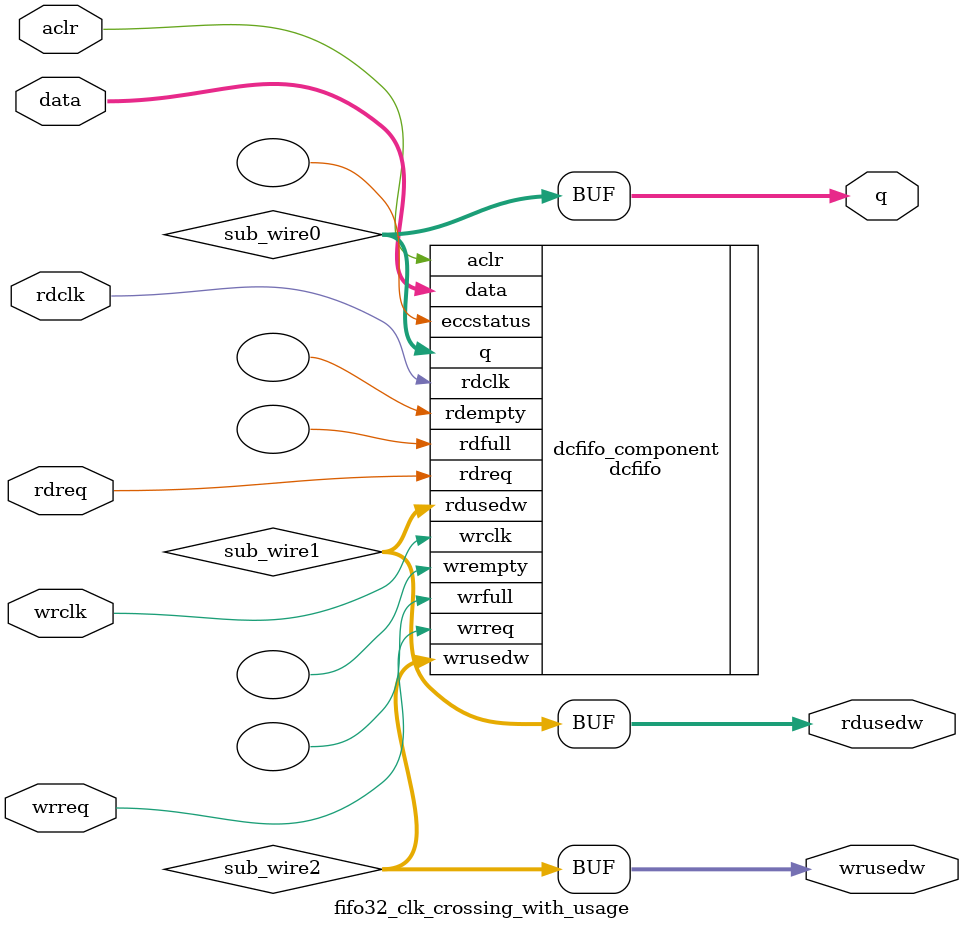
<source format=v>
module fifo32_clk_crossing_with_usage (
	aclr,
	data,
	rdclk,
	rdreq,
	wrclk,
	wrreq,
	q,
	rdusedw,
	wrusedw);
	input	  aclr;
	input	[31:0]  data;
	input	  rdclk;
	input	  rdreq;
	input	  wrclk;
	input	  wrreq;
	output	[31:0]  q;
	output	[12:0]  rdusedw;
	output	[12:0]  wrusedw;
`ifndef ALTERA_RESERVED_QIS
// synopsys translate_off
`endif
	tri0	  aclr;
`ifndef ALTERA_RESERVED_QIS
// synopsys translate_on
`endif
	wire [31:0] sub_wire0;
	wire [12:0] sub_wire1;
	wire [12:0] sub_wire2;
	wire [31:0] q = sub_wire0[31:0];
	wire [12:0] rdusedw = sub_wire1[12:0];
	wire [12:0] wrusedw = sub_wire2[12:0];
	dcfifo	dcfifo_component (
				.aclr (aclr),
				.data (data),
				.rdclk (rdclk),
				.rdreq (rdreq),
				.wrclk (wrclk),
				.wrreq (wrreq),
				.q (sub_wire0),
				.rdusedw (sub_wire1),
				.wrusedw (sub_wire2),
				.eccstatus (),
				.rdempty (),
				.rdfull (),
				.wrempty (),
				.wrfull ());
	defparam
		dcfifo_component.add_usedw_msb_bit = "ON",
		dcfifo_component.intended_device_family = "Cyclone IV E",
		dcfifo_component.lpm_numwords = 4096,
		dcfifo_component.lpm_showahead = "OFF",
		dcfifo_component.lpm_type = "dcfifo",
		dcfifo_component.lpm_width = 32,
		dcfifo_component.lpm_widthu = 13,
		dcfifo_component.overflow_checking = "ON",
		dcfifo_component.rdsync_delaypipe = 4,
		dcfifo_component.read_aclr_synch = "OFF",
		dcfifo_component.underflow_checking = "ON",
		dcfifo_component.use_eab = "ON",
		dcfifo_component.write_aclr_synch = "OFF",
		dcfifo_component.wrsync_delaypipe = 4;
endmodule
</source>
